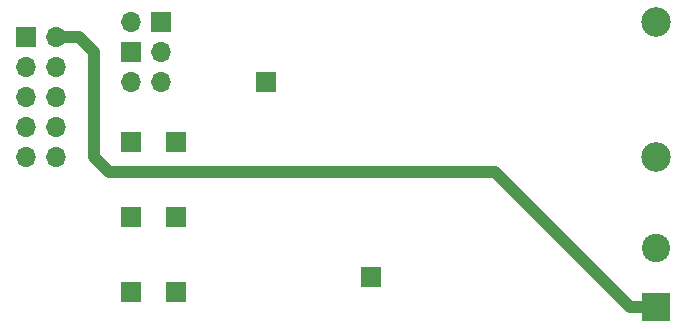
<source format=gbr>
G04 #@! TF.GenerationSoftware,KiCad,Pcbnew,5.1.4*
G04 #@! TF.CreationDate,2019-08-27T08:05:14+02:00*
G04 #@! TF.ProjectId,CS5490_UEXT,43533534-3930-45f5-9545-58542e6b6963,rev?*
G04 #@! TF.SameCoordinates,Original*
G04 #@! TF.FileFunction,Copper,L2,Bot*
G04 #@! TF.FilePolarity,Positive*
%FSLAX46Y46*%
G04 Gerber Fmt 4.6, Leading zero omitted, Abs format (unit mm)*
G04 Created by KiCad (PCBNEW 5.1.4) date 2019-08-27 08:05:14*
%MOMM*%
%LPD*%
G04 APERTURE LIST*
%ADD10C,2.400000*%
%ADD11R,2.400000X2.400000*%
%ADD12C,2.500000*%
%ADD13O,1.700000X1.700000*%
%ADD14R,1.700000X1.700000*%
%ADD15C,1.000000*%
G04 APERTURE END LIST*
D10*
X149860000Y-104220000D03*
D11*
X149860000Y-109220000D03*
D12*
X149860000Y-85090000D03*
X149860000Y-96520000D03*
D13*
X105410000Y-85090000D03*
D14*
X107950000Y-85090000D03*
X109220000Y-107950000D03*
X105410000Y-107950000D03*
X109220000Y-101600000D03*
X105410000Y-101600000D03*
X109220000Y-95250000D03*
X105410000Y-95250000D03*
X125730000Y-106680000D03*
X116840000Y-90170000D03*
D13*
X107950000Y-90170000D03*
X105410000Y-90170000D03*
X107950000Y-87630000D03*
D14*
X105410000Y-87630000D03*
D13*
X99060000Y-96520000D03*
X96520000Y-96520000D03*
X99060000Y-93980000D03*
X96520000Y-93980000D03*
X99060000Y-91440000D03*
X96520000Y-91440000D03*
X99060000Y-88900000D03*
X96520000Y-88900000D03*
X99060000Y-86360000D03*
D14*
X96520000Y-86360000D03*
D15*
X102235000Y-87630000D02*
X100965000Y-86360000D01*
X147660000Y-109220000D02*
X136230000Y-97790000D01*
X100965000Y-86360000D02*
X99060000Y-86360000D01*
X102235000Y-96520000D02*
X102235000Y-87630000D01*
X136230000Y-97790000D02*
X103505000Y-97790000D01*
X149860000Y-109220000D02*
X147660000Y-109220000D01*
X103505000Y-97790000D02*
X102235000Y-96520000D01*
M02*

</source>
